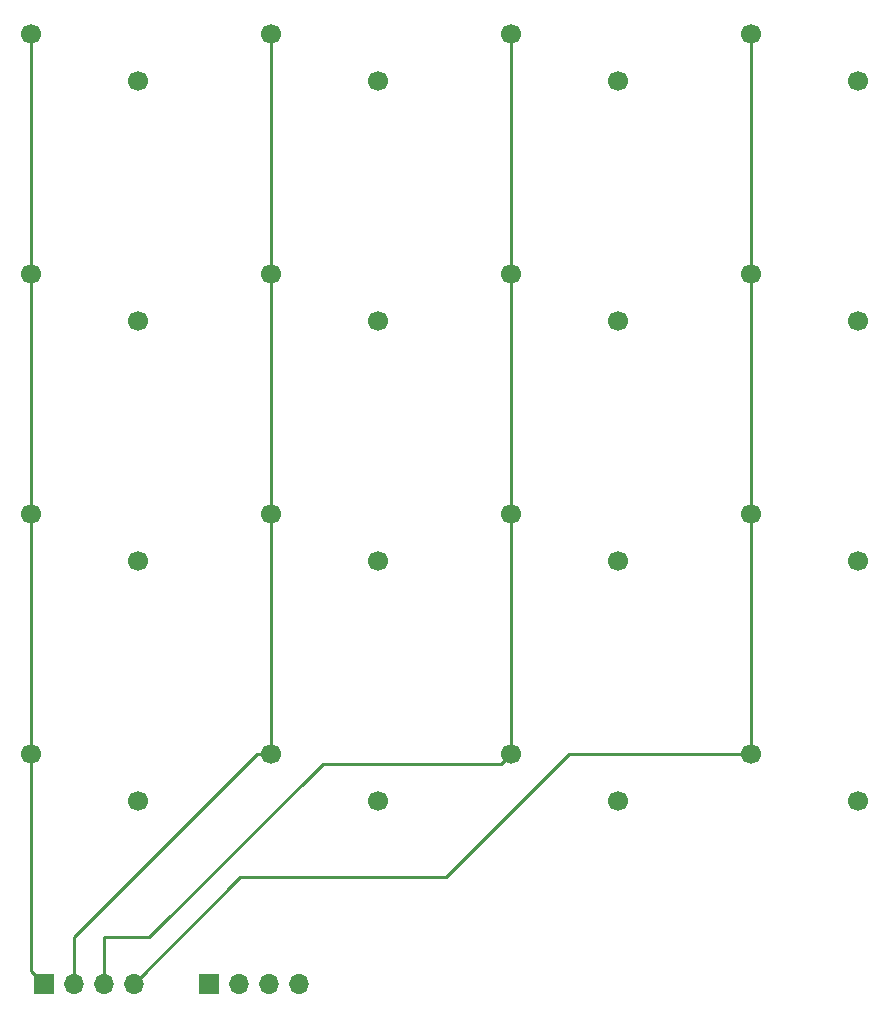
<source format=gbr>
G04 #@! TF.GenerationSoftware,KiCad,Pcbnew,(5.1.5)-3*
G04 #@! TF.CreationDate,2021-02-09T20:58:30+01:00*
G04 #@! TF.ProjectId,Keyboard,4b657962-6f61-4726-942e-6b696361645f,rev?*
G04 #@! TF.SameCoordinates,Original*
G04 #@! TF.FileFunction,Copper,L1,Top*
G04 #@! TF.FilePolarity,Positive*
%FSLAX46Y46*%
G04 Gerber Fmt 4.6, Leading zero omitted, Abs format (unit mm)*
G04 Created by KiCad (PCBNEW (5.1.5)-3) date 2021-02-09 20:58:30*
%MOMM*%
%LPD*%
G04 APERTURE LIST*
%ADD10C,1.700000*%
%ADD11O,1.700000X1.700000*%
%ADD12R,1.700000X1.700000*%
%ADD13C,0.250000*%
G04 APERTURE END LIST*
D10*
X107918000Y-53602000D03*
X98918000Y-49602000D03*
D11*
X121620000Y-130000000D03*
X119080000Y-130000000D03*
X116540000Y-130000000D03*
D12*
X114000000Y-130000000D03*
D11*
X107620000Y-130000000D03*
X105080000Y-130000000D03*
X102540000Y-130000000D03*
D12*
X100000000Y-130000000D03*
D10*
X148558000Y-73922000D03*
X139558000Y-69922000D03*
X119238000Y-49602000D03*
X128238000Y-53602000D03*
X159878000Y-49602000D03*
X168878000Y-53602000D03*
X139558000Y-49602000D03*
X148558000Y-53602000D03*
X119238000Y-110562000D03*
X128238000Y-114562000D03*
X98918000Y-110562000D03*
X107918000Y-114562000D03*
X159878000Y-110562000D03*
X168878000Y-114562000D03*
X139558000Y-110562000D03*
X148558000Y-114562000D03*
X119238000Y-90242000D03*
X128238000Y-94242000D03*
X98918000Y-90242000D03*
X107918000Y-94242000D03*
X159878000Y-90242000D03*
X168878000Y-94242000D03*
X139558000Y-90242000D03*
X148558000Y-94242000D03*
X168878000Y-73922000D03*
X159878000Y-69922000D03*
X128238000Y-73922000D03*
X119238000Y-69922000D03*
X107918000Y-73922000D03*
X98918000Y-69922000D03*
D13*
X98918000Y-110562000D02*
X98918000Y-90242000D01*
X98918000Y-89039919D02*
X98918000Y-69922000D01*
X98918000Y-90242000D02*
X98918000Y-89039919D01*
X98918000Y-69922000D02*
X98918000Y-49602000D01*
X119238000Y-50804081D02*
X119238000Y-69922000D01*
X119238000Y-49602000D02*
X119238000Y-50804081D01*
X119238000Y-69922000D02*
X119238000Y-90242000D01*
X119238000Y-90242000D02*
X119238000Y-110562000D01*
X139558000Y-109359919D02*
X139558000Y-90242000D01*
X139558000Y-110562000D02*
X139558000Y-109359919D01*
X159878000Y-109359919D02*
X159878000Y-90242000D01*
X159878000Y-110562000D02*
X159878000Y-109359919D01*
X159878000Y-89039919D02*
X159878000Y-69922000D01*
X159878000Y-90242000D02*
X159878000Y-89039919D01*
X139558000Y-89039919D02*
X139558000Y-69922000D01*
X139558000Y-90242000D02*
X139558000Y-89039919D01*
X139558000Y-69922000D02*
X139558000Y-49602000D01*
X159878000Y-69922000D02*
X159878000Y-49602000D01*
X98918000Y-128918000D02*
X100000000Y-130000000D01*
X98918000Y-110562000D02*
X98918000Y-128918000D01*
X102540000Y-126057919D02*
X102540000Y-128797919D01*
X118035919Y-110562000D02*
X102540000Y-126057919D01*
X102540000Y-128797919D02*
X102540000Y-130000000D01*
X119238000Y-110562000D02*
X118035919Y-110562000D01*
X159878000Y-110562000D02*
X144438000Y-110562000D01*
X144438000Y-110562000D02*
X134000000Y-121000000D01*
X116620000Y-121000000D02*
X107620000Y-130000000D01*
X134000000Y-121000000D02*
X116620000Y-121000000D01*
X108920000Y-126080000D02*
X123588001Y-111411999D01*
X138708001Y-111411999D02*
X139558000Y-110562000D01*
X105080000Y-130000000D02*
X105080000Y-126080000D01*
X123588001Y-111411999D02*
X138708001Y-111411999D01*
X105080000Y-126080000D02*
X108920000Y-126080000D01*
M02*

</source>
